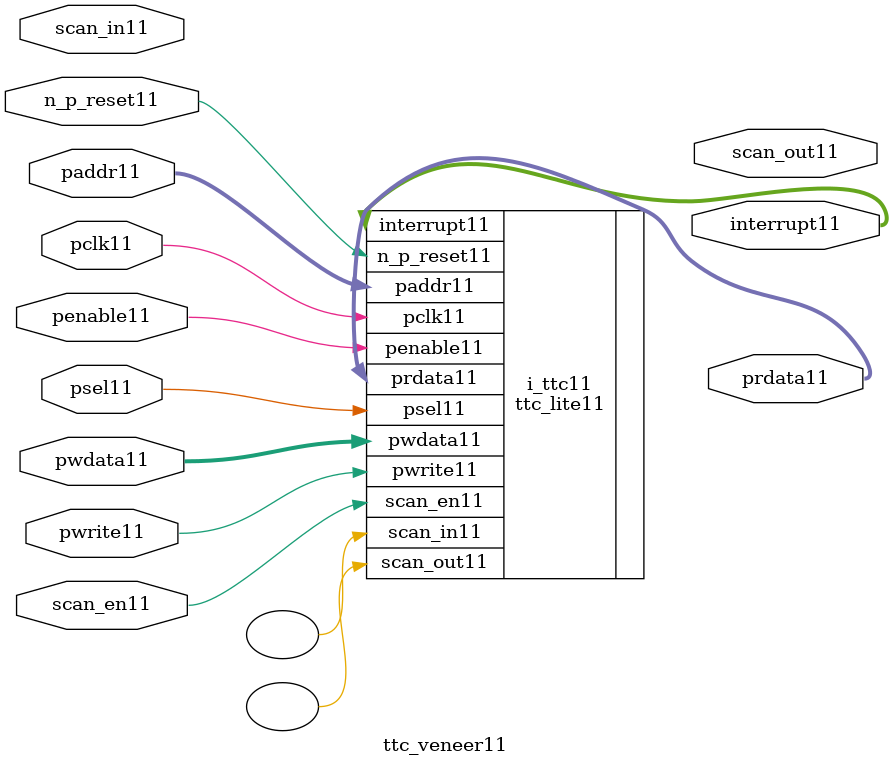
<source format=v>
module ttc_veneer11 (
           
           //inputs11
           n_p_reset11,
           pclk11,
           psel11,
           penable11,
           pwrite11,
           pwdata11,
           paddr11,
           scan_in11,
           scan_en11,

           //outputs11
           prdata11,
           interrupt11,
           scan_out11           

           );


//-----------------------------------------------------------------------------
// PORT DECLARATIONS11
//-----------------------------------------------------------------------------

   input         n_p_reset11;            //System11 Reset11
   input         pclk11;                 //System11 clock11
   input         psel11;                 //Select11 line
   input         penable11;              //Enable11
   input         pwrite11;               //Write line, 1 for write, 0 for read
   input [31:0]  pwdata11;               //Write data
   input [7:0]   paddr11;                //Address Bus11 register
   input         scan_in11;              //Scan11 chain11 input port
   input         scan_en11;              //Scan11 chain11 enable port
   
   output [31:0] prdata11;               //Read Data from the APB11 Interface11
   output [3:1]  interrupt11;            //Interrupt11 from PCI11 
   output        scan_out11;             //Scan11 chain11 output port

//##############################################################################
// if the TTC11 is NOT11 black11 boxed11 
//##############################################################################
`ifndef FV_KIT_BLACK_BOX_TTC11 

ttc_lite11 i_ttc11(

   //inputs11
   .n_p_reset11(n_p_reset11),
   .pclk11(pclk11),
   .psel11(psel11),
   .penable11(penable11),
   .pwrite11(pwrite11),
   .pwdata11(pwdata11),
   .paddr11(paddr11),
   .scan_in11(),
   .scan_en11(scan_en11),

   //outputs11
   .prdata11(prdata11),
   .interrupt11(interrupt11),
   .scan_out11()
);

`else 
//##############################################################################
// if the TTC11 is black11 boxed11 
//##############################################################################

   wire          n_p_reset11;            //System11 Reset11
   wire          pclk11;                 //System11 clock11
   wire          psel11;                 //Select11 line
   wire          penable11;              //Enable11
   wire          pwrite11;               //Write line, 1 for write, 0 for read
   wire  [31:0]  pwdata11;               //Write data
   wire  [7:0]   paddr11;                //Address Bus11 register
   wire          scan_in11;              //Scan11 chain11 wire  port
   wire          scan_en11;              //Scan11 chain11 enable port
   
   reg    [31:0] prdata11;               //Read Data from the APB11 Interface11
   reg    [3:1]  interrupt11;            //Interrupt11 from PCI11 
   reg           scan_out11;             //Scan11 chain11 reg    port

`endif
//##############################################################################
// black11 boxed11 defines11 
//##############################################################################

endmodule

</source>
